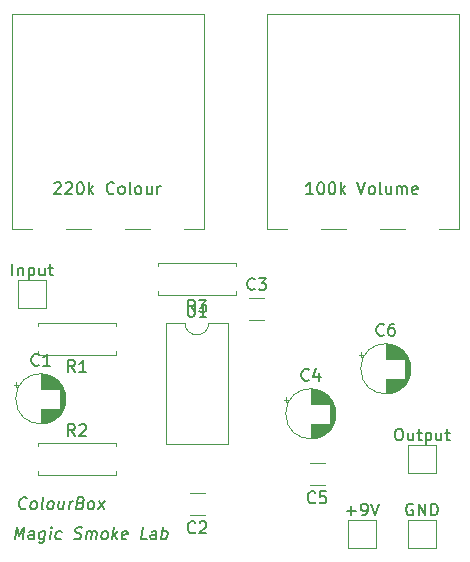
<source format=gbr>
%TF.GenerationSoftware,KiCad,Pcbnew,(5.1.9)-1*%
%TF.CreationDate,2021-02-01T17:32:41+02:00*%
%TF.ProjectId,colour_box,636f6c6f-7572-45f6-926f-782e6b696361,rev?*%
%TF.SameCoordinates,Original*%
%TF.FileFunction,Legend,Top*%
%TF.FilePolarity,Positive*%
%FSLAX46Y46*%
G04 Gerber Fmt 4.6, Leading zero omitted, Abs format (unit mm)*
G04 Created by KiCad (PCBNEW (5.1.9)-1) date 2021-02-01 17:32:41*
%MOMM*%
%LPD*%
G01*
G04 APERTURE LIST*
%ADD10C,0.150000*%
%ADD11C,0.120000*%
G04 APERTURE END LIST*
D10*
X110335252Y-102052380D02*
X110460252Y-101052380D01*
X110704300Y-101766666D01*
X111126919Y-101052380D01*
X111001919Y-102052380D01*
X111906681Y-102052380D02*
X111972157Y-101528571D01*
X111936443Y-101433333D01*
X111847157Y-101385714D01*
X111656681Y-101385714D01*
X111555491Y-101433333D01*
X111912633Y-102004761D02*
X111811443Y-102052380D01*
X111573348Y-102052380D01*
X111484062Y-102004761D01*
X111448348Y-101909523D01*
X111460252Y-101814285D01*
X111519776Y-101719047D01*
X111620967Y-101671428D01*
X111859062Y-101671428D01*
X111960252Y-101623809D01*
X112894776Y-101385714D02*
X112793586Y-102195238D01*
X112734062Y-102290476D01*
X112680491Y-102338095D01*
X112579300Y-102385714D01*
X112436443Y-102385714D01*
X112347157Y-102338095D01*
X112817395Y-102004761D02*
X112716205Y-102052380D01*
X112525729Y-102052380D01*
X112436443Y-102004761D01*
X112394776Y-101957142D01*
X112359062Y-101861904D01*
X112394776Y-101576190D01*
X112454300Y-101480952D01*
X112507872Y-101433333D01*
X112609062Y-101385714D01*
X112799538Y-101385714D01*
X112888824Y-101433333D01*
X113287633Y-102052380D02*
X113370967Y-101385714D01*
X113412633Y-101052380D02*
X113359062Y-101100000D01*
X113400729Y-101147619D01*
X113454300Y-101100000D01*
X113412633Y-101052380D01*
X113400729Y-101147619D01*
X114198348Y-102004761D02*
X114097157Y-102052380D01*
X113906681Y-102052380D01*
X113817395Y-102004761D01*
X113775729Y-101957142D01*
X113740014Y-101861904D01*
X113775729Y-101576190D01*
X113835252Y-101480952D01*
X113888824Y-101433333D01*
X113990014Y-101385714D01*
X114180491Y-101385714D01*
X114269776Y-101433333D01*
X115341205Y-102004761D02*
X115478110Y-102052380D01*
X115716205Y-102052380D01*
X115817395Y-102004761D01*
X115870967Y-101957142D01*
X115930491Y-101861904D01*
X115942395Y-101766666D01*
X115906681Y-101671428D01*
X115865014Y-101623809D01*
X115775729Y-101576190D01*
X115591205Y-101528571D01*
X115501919Y-101480952D01*
X115460252Y-101433333D01*
X115424538Y-101338095D01*
X115436443Y-101242857D01*
X115495967Y-101147619D01*
X115549538Y-101100000D01*
X115650729Y-101052380D01*
X115888824Y-101052380D01*
X116025729Y-101100000D01*
X116335252Y-102052380D02*
X116418586Y-101385714D01*
X116406681Y-101480952D02*
X116460252Y-101433333D01*
X116561443Y-101385714D01*
X116704300Y-101385714D01*
X116793586Y-101433333D01*
X116829300Y-101528571D01*
X116763824Y-102052380D01*
X116829300Y-101528571D02*
X116888824Y-101433333D01*
X116990014Y-101385714D01*
X117132872Y-101385714D01*
X117222157Y-101433333D01*
X117257872Y-101528571D01*
X117192395Y-102052380D01*
X117811443Y-102052380D02*
X117722157Y-102004761D01*
X117680491Y-101957142D01*
X117644776Y-101861904D01*
X117680491Y-101576190D01*
X117740014Y-101480952D01*
X117793586Y-101433333D01*
X117894776Y-101385714D01*
X118037633Y-101385714D01*
X118126919Y-101433333D01*
X118168586Y-101480952D01*
X118204300Y-101576190D01*
X118168586Y-101861904D01*
X118109062Y-101957142D01*
X118055491Y-102004761D01*
X117954300Y-102052380D01*
X117811443Y-102052380D01*
X118573348Y-102052380D02*
X118698348Y-101052380D01*
X118716205Y-101671428D02*
X118954300Y-102052380D01*
X119037633Y-101385714D02*
X118609062Y-101766666D01*
X119769776Y-102004761D02*
X119668586Y-102052380D01*
X119478110Y-102052380D01*
X119388824Y-102004761D01*
X119353110Y-101909523D01*
X119400729Y-101528571D01*
X119460252Y-101433333D01*
X119561443Y-101385714D01*
X119751919Y-101385714D01*
X119841205Y-101433333D01*
X119876919Y-101528571D01*
X119865014Y-101623809D01*
X119376919Y-101719047D01*
X121478110Y-102052380D02*
X121001919Y-102052380D01*
X121126919Y-101052380D01*
X122240014Y-102052380D02*
X122305491Y-101528571D01*
X122269776Y-101433333D01*
X122180491Y-101385714D01*
X121990014Y-101385714D01*
X121888824Y-101433333D01*
X122245967Y-102004761D02*
X122144776Y-102052380D01*
X121906681Y-102052380D01*
X121817395Y-102004761D01*
X121781681Y-101909523D01*
X121793586Y-101814285D01*
X121853110Y-101719047D01*
X121954300Y-101671428D01*
X122192395Y-101671428D01*
X122293586Y-101623809D01*
X122716205Y-102052380D02*
X122841205Y-101052380D01*
X122793586Y-101433333D02*
X122894776Y-101385714D01*
X123085252Y-101385714D01*
X123174538Y-101433333D01*
X123216205Y-101480952D01*
X123251919Y-101576190D01*
X123216205Y-101861904D01*
X123156681Y-101957142D01*
X123103110Y-102004761D01*
X123001919Y-102052380D01*
X122811443Y-102052380D01*
X122722157Y-102004761D01*
X111235729Y-99417142D02*
X111182157Y-99464761D01*
X111033348Y-99512380D01*
X110938110Y-99512380D01*
X110801205Y-99464761D01*
X110717872Y-99369523D01*
X110682157Y-99274285D01*
X110658348Y-99083809D01*
X110676205Y-98940952D01*
X110747633Y-98750476D01*
X110807157Y-98655238D01*
X110914300Y-98560000D01*
X111063110Y-98512380D01*
X111158348Y-98512380D01*
X111295252Y-98560000D01*
X111336919Y-98607619D01*
X111795252Y-99512380D02*
X111705967Y-99464761D01*
X111664300Y-99417142D01*
X111628586Y-99321904D01*
X111664300Y-99036190D01*
X111723824Y-98940952D01*
X111777395Y-98893333D01*
X111878586Y-98845714D01*
X112021443Y-98845714D01*
X112110729Y-98893333D01*
X112152395Y-98940952D01*
X112188110Y-99036190D01*
X112152395Y-99321904D01*
X112092872Y-99417142D01*
X112039300Y-99464761D01*
X111938110Y-99512380D01*
X111795252Y-99512380D01*
X112700014Y-99512380D02*
X112610729Y-99464761D01*
X112575014Y-99369523D01*
X112682157Y-98512380D01*
X113223824Y-99512380D02*
X113134538Y-99464761D01*
X113092872Y-99417142D01*
X113057157Y-99321904D01*
X113092872Y-99036190D01*
X113152395Y-98940952D01*
X113205967Y-98893333D01*
X113307157Y-98845714D01*
X113450014Y-98845714D01*
X113539300Y-98893333D01*
X113580967Y-98940952D01*
X113616681Y-99036190D01*
X113580967Y-99321904D01*
X113521443Y-99417142D01*
X113467872Y-99464761D01*
X113366681Y-99512380D01*
X113223824Y-99512380D01*
X114497633Y-98845714D02*
X114414300Y-99512380D01*
X114069062Y-98845714D02*
X114003586Y-99369523D01*
X114039300Y-99464761D01*
X114128586Y-99512380D01*
X114271443Y-99512380D01*
X114372633Y-99464761D01*
X114426205Y-99417142D01*
X114890491Y-99512380D02*
X114973824Y-98845714D01*
X114950014Y-99036190D02*
X115009538Y-98940952D01*
X115063110Y-98893333D01*
X115164300Y-98845714D01*
X115259538Y-98845714D01*
X115908348Y-98988571D02*
X116045252Y-99036190D01*
X116086919Y-99083809D01*
X116122633Y-99179047D01*
X116104776Y-99321904D01*
X116045252Y-99417142D01*
X115991681Y-99464761D01*
X115890491Y-99512380D01*
X115509538Y-99512380D01*
X115634538Y-98512380D01*
X115967872Y-98512380D01*
X116057157Y-98560000D01*
X116098824Y-98607619D01*
X116134538Y-98702857D01*
X116122633Y-98798095D01*
X116063110Y-98893333D01*
X116009538Y-98940952D01*
X115908348Y-98988571D01*
X115575014Y-98988571D01*
X116652395Y-99512380D02*
X116563110Y-99464761D01*
X116521443Y-99417142D01*
X116485729Y-99321904D01*
X116521443Y-99036190D01*
X116580967Y-98940952D01*
X116634538Y-98893333D01*
X116735729Y-98845714D01*
X116878586Y-98845714D01*
X116967872Y-98893333D01*
X117009538Y-98940952D01*
X117045252Y-99036190D01*
X117009538Y-99321904D01*
X116950014Y-99417142D01*
X116896443Y-99464761D01*
X116795252Y-99512380D01*
X116652395Y-99512380D01*
X117319062Y-99512380D02*
X117926205Y-98845714D01*
X117402395Y-98845714D02*
X117842872Y-99512380D01*
D11*
%TO.C,Input*%
X110560000Y-82480000D02*
X110560000Y-80080000D01*
X112960000Y-82480000D02*
X110560000Y-82480000D01*
X112960000Y-80080000D02*
X112960000Y-82480000D01*
X110560000Y-80080000D02*
X112960000Y-80080000D01*
%TO.C,Output*%
X143580000Y-96450000D02*
X143580000Y-94050000D01*
X145980000Y-96450000D02*
X143580000Y-96450000D01*
X145980000Y-94050000D02*
X145980000Y-96450000D01*
X143580000Y-94050000D02*
X145980000Y-94050000D01*
%TO.C,GND*%
X143580000Y-102800000D02*
X143580000Y-100400000D01*
X145980000Y-102800000D02*
X143580000Y-102800000D01*
X145980000Y-100400000D02*
X145980000Y-102800000D01*
X143580000Y-100400000D02*
X145980000Y-100400000D01*
%TO.C,+9V*%
X138500000Y-102800000D02*
X138500000Y-100400000D01*
X140900000Y-102800000D02*
X138500000Y-102800000D01*
X140900000Y-100400000D02*
X140900000Y-102800000D01*
X138500000Y-100400000D02*
X140900000Y-100400000D01*
%TO.C,U1*%
X128380000Y-83760000D02*
X126730000Y-83760000D01*
X128380000Y-94040000D02*
X128380000Y-83760000D01*
X123080000Y-94040000D02*
X128380000Y-94040000D01*
X123080000Y-83760000D02*
X123080000Y-94040000D01*
X124730000Y-83760000D02*
X123080000Y-83760000D01*
X126730000Y-83760000D02*
G75*
G02*
X124730000Y-83760000I-1000000J0D01*
G01*
%TO.C,100k Volume*%
X131660000Y-57580000D02*
X147900000Y-57580000D01*
X146205000Y-75820000D02*
X147900000Y-75820000D01*
X141205000Y-75820000D02*
X143355000Y-75820000D01*
X136206000Y-75820000D02*
X138355000Y-75820000D01*
X131660000Y-75820000D02*
X133354000Y-75820000D01*
X147900000Y-75820000D02*
X147900000Y-57580000D01*
X131660000Y-75820000D02*
X131660000Y-57580000D01*
%TO.C,220k Colour*%
X110070000Y-57580000D02*
X126310000Y-57580000D01*
X124615000Y-75820000D02*
X126310000Y-75820000D01*
X119615000Y-75820000D02*
X121765000Y-75820000D01*
X114616000Y-75820000D02*
X116765000Y-75820000D01*
X110070000Y-75820000D02*
X111764000Y-75820000D01*
X126310000Y-75820000D02*
X126310000Y-57580000D01*
X110070000Y-75820000D02*
X110070000Y-57580000D01*
%TO.C,R3*%
X122460000Y-78640000D02*
X122460000Y-78970000D01*
X129000000Y-78640000D02*
X122460000Y-78640000D01*
X129000000Y-78970000D02*
X129000000Y-78640000D01*
X122460000Y-81380000D02*
X122460000Y-81050000D01*
X129000000Y-81380000D02*
X122460000Y-81380000D01*
X129000000Y-81050000D02*
X129000000Y-81380000D01*
%TO.C,R2*%
X118840000Y-96620000D02*
X118840000Y-96290000D01*
X112300000Y-96620000D02*
X118840000Y-96620000D01*
X112300000Y-96290000D02*
X112300000Y-96620000D01*
X118840000Y-93880000D02*
X118840000Y-94210000D01*
X112300000Y-93880000D02*
X118840000Y-93880000D01*
X112300000Y-94210000D02*
X112300000Y-93880000D01*
%TO.C,R1*%
X112300000Y-83720000D02*
X112300000Y-84050000D01*
X118840000Y-83720000D02*
X112300000Y-83720000D01*
X118840000Y-84050000D02*
X118840000Y-83720000D01*
X112300000Y-86460000D02*
X112300000Y-86130000D01*
X118840000Y-86460000D02*
X112300000Y-86460000D01*
X118840000Y-86130000D02*
X118840000Y-86460000D01*
%TO.C,C6*%
X139650199Y-86235000D02*
X139650199Y-86635000D01*
X139450199Y-86435000D02*
X139850199Y-86435000D01*
X143801000Y-87260000D02*
X143801000Y-88000000D01*
X143761000Y-87093000D02*
X143761000Y-88167000D01*
X143721000Y-86966000D02*
X143721000Y-88294000D01*
X143681000Y-86862000D02*
X143681000Y-88398000D01*
X143641000Y-86771000D02*
X143641000Y-88489000D01*
X143601000Y-86690000D02*
X143601000Y-88570000D01*
X143561000Y-86617000D02*
X143561000Y-88643000D01*
X143521000Y-86550000D02*
X143521000Y-88710000D01*
X143481000Y-86488000D02*
X143481000Y-88772000D01*
X143441000Y-86430000D02*
X143441000Y-88830000D01*
X143401000Y-86376000D02*
X143401000Y-88884000D01*
X143361000Y-86326000D02*
X143361000Y-88934000D01*
X143321000Y-86279000D02*
X143321000Y-88981000D01*
X143281000Y-88470000D02*
X143281000Y-89026000D01*
X143281000Y-86234000D02*
X143281000Y-86790000D01*
X143241000Y-88470000D02*
X143241000Y-89068000D01*
X143241000Y-86192000D02*
X143241000Y-86790000D01*
X143201000Y-88470000D02*
X143201000Y-89108000D01*
X143201000Y-86152000D02*
X143201000Y-86790000D01*
X143161000Y-88470000D02*
X143161000Y-89146000D01*
X143161000Y-86114000D02*
X143161000Y-86790000D01*
X143121000Y-88470000D02*
X143121000Y-89182000D01*
X143121000Y-86078000D02*
X143121000Y-86790000D01*
X143081000Y-88470000D02*
X143081000Y-89217000D01*
X143081000Y-86043000D02*
X143081000Y-86790000D01*
X143041000Y-88470000D02*
X143041000Y-89249000D01*
X143041000Y-86011000D02*
X143041000Y-86790000D01*
X143001000Y-88470000D02*
X143001000Y-89280000D01*
X143001000Y-85980000D02*
X143001000Y-86790000D01*
X142961000Y-88470000D02*
X142961000Y-89310000D01*
X142961000Y-85950000D02*
X142961000Y-86790000D01*
X142921000Y-88470000D02*
X142921000Y-89338000D01*
X142921000Y-85922000D02*
X142921000Y-86790000D01*
X142881000Y-88470000D02*
X142881000Y-89365000D01*
X142881000Y-85895000D02*
X142881000Y-86790000D01*
X142841000Y-88470000D02*
X142841000Y-89390000D01*
X142841000Y-85870000D02*
X142841000Y-86790000D01*
X142801000Y-88470000D02*
X142801000Y-89415000D01*
X142801000Y-85845000D02*
X142801000Y-86790000D01*
X142761000Y-88470000D02*
X142761000Y-89438000D01*
X142761000Y-85822000D02*
X142761000Y-86790000D01*
X142721000Y-88470000D02*
X142721000Y-89460000D01*
X142721000Y-85800000D02*
X142721000Y-86790000D01*
X142681000Y-88470000D02*
X142681000Y-89481000D01*
X142681000Y-85779000D02*
X142681000Y-86790000D01*
X142641000Y-88470000D02*
X142641000Y-89500000D01*
X142641000Y-85760000D02*
X142641000Y-86790000D01*
X142601000Y-88470000D02*
X142601000Y-89519000D01*
X142601000Y-85741000D02*
X142601000Y-86790000D01*
X142561000Y-88470000D02*
X142561000Y-89537000D01*
X142561000Y-85723000D02*
X142561000Y-86790000D01*
X142521000Y-88470000D02*
X142521000Y-89554000D01*
X142521000Y-85706000D02*
X142521000Y-86790000D01*
X142481000Y-88470000D02*
X142481000Y-89570000D01*
X142481000Y-85690000D02*
X142481000Y-86790000D01*
X142441000Y-88470000D02*
X142441000Y-89584000D01*
X142441000Y-85676000D02*
X142441000Y-86790000D01*
X142400000Y-88470000D02*
X142400000Y-89598000D01*
X142400000Y-85662000D02*
X142400000Y-86790000D01*
X142360000Y-88470000D02*
X142360000Y-89612000D01*
X142360000Y-85648000D02*
X142360000Y-86790000D01*
X142320000Y-88470000D02*
X142320000Y-89624000D01*
X142320000Y-85636000D02*
X142320000Y-86790000D01*
X142280000Y-88470000D02*
X142280000Y-89635000D01*
X142280000Y-85625000D02*
X142280000Y-86790000D01*
X142240000Y-88470000D02*
X142240000Y-89646000D01*
X142240000Y-85614000D02*
X142240000Y-86790000D01*
X142200000Y-88470000D02*
X142200000Y-89655000D01*
X142200000Y-85605000D02*
X142200000Y-86790000D01*
X142160000Y-88470000D02*
X142160000Y-89664000D01*
X142160000Y-85596000D02*
X142160000Y-86790000D01*
X142120000Y-88470000D02*
X142120000Y-89672000D01*
X142120000Y-85588000D02*
X142120000Y-86790000D01*
X142080000Y-88470000D02*
X142080000Y-89680000D01*
X142080000Y-85580000D02*
X142080000Y-86790000D01*
X142040000Y-88470000D02*
X142040000Y-89686000D01*
X142040000Y-85574000D02*
X142040000Y-86790000D01*
X142000000Y-88470000D02*
X142000000Y-89692000D01*
X142000000Y-85568000D02*
X142000000Y-86790000D01*
X141960000Y-88470000D02*
X141960000Y-89697000D01*
X141960000Y-85563000D02*
X141960000Y-86790000D01*
X141920000Y-88470000D02*
X141920000Y-89701000D01*
X141920000Y-85559000D02*
X141920000Y-86790000D01*
X141880000Y-88470000D02*
X141880000Y-89704000D01*
X141880000Y-85556000D02*
X141880000Y-86790000D01*
X141840000Y-88470000D02*
X141840000Y-89707000D01*
X141840000Y-85553000D02*
X141840000Y-86790000D01*
X141800000Y-85551000D02*
X141800000Y-86790000D01*
X141800000Y-88470000D02*
X141800000Y-89709000D01*
X141760000Y-85550000D02*
X141760000Y-86790000D01*
X141760000Y-88470000D02*
X141760000Y-89710000D01*
X141720000Y-85550000D02*
X141720000Y-86790000D01*
X141720000Y-88470000D02*
X141720000Y-89710000D01*
X143840000Y-87630000D02*
G75*
G03*
X143840000Y-87630000I-2120000J0D01*
G01*
%TO.C,C5*%
X136539000Y-95600000D02*
X135281000Y-95600000D01*
X136539000Y-97440000D02*
X135281000Y-97440000D01*
%TO.C,C4*%
X133300199Y-90045000D02*
X133300199Y-90445000D01*
X133100199Y-90245000D02*
X133500199Y-90245000D01*
X137451000Y-91070000D02*
X137451000Y-91810000D01*
X137411000Y-90903000D02*
X137411000Y-91977000D01*
X137371000Y-90776000D02*
X137371000Y-92104000D01*
X137331000Y-90672000D02*
X137331000Y-92208000D01*
X137291000Y-90581000D02*
X137291000Y-92299000D01*
X137251000Y-90500000D02*
X137251000Y-92380000D01*
X137211000Y-90427000D02*
X137211000Y-92453000D01*
X137171000Y-90360000D02*
X137171000Y-92520000D01*
X137131000Y-90298000D02*
X137131000Y-92582000D01*
X137091000Y-90240000D02*
X137091000Y-92640000D01*
X137051000Y-90186000D02*
X137051000Y-92694000D01*
X137011000Y-90136000D02*
X137011000Y-92744000D01*
X136971000Y-90089000D02*
X136971000Y-92791000D01*
X136931000Y-92280000D02*
X136931000Y-92836000D01*
X136931000Y-90044000D02*
X136931000Y-90600000D01*
X136891000Y-92280000D02*
X136891000Y-92878000D01*
X136891000Y-90002000D02*
X136891000Y-90600000D01*
X136851000Y-92280000D02*
X136851000Y-92918000D01*
X136851000Y-89962000D02*
X136851000Y-90600000D01*
X136811000Y-92280000D02*
X136811000Y-92956000D01*
X136811000Y-89924000D02*
X136811000Y-90600000D01*
X136771000Y-92280000D02*
X136771000Y-92992000D01*
X136771000Y-89888000D02*
X136771000Y-90600000D01*
X136731000Y-92280000D02*
X136731000Y-93027000D01*
X136731000Y-89853000D02*
X136731000Y-90600000D01*
X136691000Y-92280000D02*
X136691000Y-93059000D01*
X136691000Y-89821000D02*
X136691000Y-90600000D01*
X136651000Y-92280000D02*
X136651000Y-93090000D01*
X136651000Y-89790000D02*
X136651000Y-90600000D01*
X136611000Y-92280000D02*
X136611000Y-93120000D01*
X136611000Y-89760000D02*
X136611000Y-90600000D01*
X136571000Y-92280000D02*
X136571000Y-93148000D01*
X136571000Y-89732000D02*
X136571000Y-90600000D01*
X136531000Y-92280000D02*
X136531000Y-93175000D01*
X136531000Y-89705000D02*
X136531000Y-90600000D01*
X136491000Y-92280000D02*
X136491000Y-93200000D01*
X136491000Y-89680000D02*
X136491000Y-90600000D01*
X136451000Y-92280000D02*
X136451000Y-93225000D01*
X136451000Y-89655000D02*
X136451000Y-90600000D01*
X136411000Y-92280000D02*
X136411000Y-93248000D01*
X136411000Y-89632000D02*
X136411000Y-90600000D01*
X136371000Y-92280000D02*
X136371000Y-93270000D01*
X136371000Y-89610000D02*
X136371000Y-90600000D01*
X136331000Y-92280000D02*
X136331000Y-93291000D01*
X136331000Y-89589000D02*
X136331000Y-90600000D01*
X136291000Y-92280000D02*
X136291000Y-93310000D01*
X136291000Y-89570000D02*
X136291000Y-90600000D01*
X136251000Y-92280000D02*
X136251000Y-93329000D01*
X136251000Y-89551000D02*
X136251000Y-90600000D01*
X136211000Y-92280000D02*
X136211000Y-93347000D01*
X136211000Y-89533000D02*
X136211000Y-90600000D01*
X136171000Y-92280000D02*
X136171000Y-93364000D01*
X136171000Y-89516000D02*
X136171000Y-90600000D01*
X136131000Y-92280000D02*
X136131000Y-93380000D01*
X136131000Y-89500000D02*
X136131000Y-90600000D01*
X136091000Y-92280000D02*
X136091000Y-93394000D01*
X136091000Y-89486000D02*
X136091000Y-90600000D01*
X136050000Y-92280000D02*
X136050000Y-93408000D01*
X136050000Y-89472000D02*
X136050000Y-90600000D01*
X136010000Y-92280000D02*
X136010000Y-93422000D01*
X136010000Y-89458000D02*
X136010000Y-90600000D01*
X135970000Y-92280000D02*
X135970000Y-93434000D01*
X135970000Y-89446000D02*
X135970000Y-90600000D01*
X135930000Y-92280000D02*
X135930000Y-93445000D01*
X135930000Y-89435000D02*
X135930000Y-90600000D01*
X135890000Y-92280000D02*
X135890000Y-93456000D01*
X135890000Y-89424000D02*
X135890000Y-90600000D01*
X135850000Y-92280000D02*
X135850000Y-93465000D01*
X135850000Y-89415000D02*
X135850000Y-90600000D01*
X135810000Y-92280000D02*
X135810000Y-93474000D01*
X135810000Y-89406000D02*
X135810000Y-90600000D01*
X135770000Y-92280000D02*
X135770000Y-93482000D01*
X135770000Y-89398000D02*
X135770000Y-90600000D01*
X135730000Y-92280000D02*
X135730000Y-93490000D01*
X135730000Y-89390000D02*
X135730000Y-90600000D01*
X135690000Y-92280000D02*
X135690000Y-93496000D01*
X135690000Y-89384000D02*
X135690000Y-90600000D01*
X135650000Y-92280000D02*
X135650000Y-93502000D01*
X135650000Y-89378000D02*
X135650000Y-90600000D01*
X135610000Y-92280000D02*
X135610000Y-93507000D01*
X135610000Y-89373000D02*
X135610000Y-90600000D01*
X135570000Y-92280000D02*
X135570000Y-93511000D01*
X135570000Y-89369000D02*
X135570000Y-90600000D01*
X135530000Y-92280000D02*
X135530000Y-93514000D01*
X135530000Y-89366000D02*
X135530000Y-90600000D01*
X135490000Y-92280000D02*
X135490000Y-93517000D01*
X135490000Y-89363000D02*
X135490000Y-90600000D01*
X135450000Y-89361000D02*
X135450000Y-90600000D01*
X135450000Y-92280000D02*
X135450000Y-93519000D01*
X135410000Y-89360000D02*
X135410000Y-90600000D01*
X135410000Y-92280000D02*
X135410000Y-93520000D01*
X135370000Y-89360000D02*
X135370000Y-90600000D01*
X135370000Y-92280000D02*
X135370000Y-93520000D01*
X137490000Y-91440000D02*
G75*
G03*
X137490000Y-91440000I-2120000J0D01*
G01*
%TO.C,C3*%
X130161000Y-83470000D02*
X131419000Y-83470000D01*
X130161000Y-81630000D02*
X131419000Y-81630000D01*
%TO.C,C2*%
X126379000Y-98140000D02*
X125121000Y-98140000D01*
X126379000Y-99980000D02*
X125121000Y-99980000D01*
%TO.C,C1*%
X110440199Y-88775000D02*
X110440199Y-89175000D01*
X110240199Y-88975000D02*
X110640199Y-88975000D01*
X114591000Y-89800000D02*
X114591000Y-90540000D01*
X114551000Y-89633000D02*
X114551000Y-90707000D01*
X114511000Y-89506000D02*
X114511000Y-90834000D01*
X114471000Y-89402000D02*
X114471000Y-90938000D01*
X114431000Y-89311000D02*
X114431000Y-91029000D01*
X114391000Y-89230000D02*
X114391000Y-91110000D01*
X114351000Y-89157000D02*
X114351000Y-91183000D01*
X114311000Y-89090000D02*
X114311000Y-91250000D01*
X114271000Y-89028000D02*
X114271000Y-91312000D01*
X114231000Y-88970000D02*
X114231000Y-91370000D01*
X114191000Y-88916000D02*
X114191000Y-91424000D01*
X114151000Y-88866000D02*
X114151000Y-91474000D01*
X114111000Y-88819000D02*
X114111000Y-91521000D01*
X114071000Y-91010000D02*
X114071000Y-91566000D01*
X114071000Y-88774000D02*
X114071000Y-89330000D01*
X114031000Y-91010000D02*
X114031000Y-91608000D01*
X114031000Y-88732000D02*
X114031000Y-89330000D01*
X113991000Y-91010000D02*
X113991000Y-91648000D01*
X113991000Y-88692000D02*
X113991000Y-89330000D01*
X113951000Y-91010000D02*
X113951000Y-91686000D01*
X113951000Y-88654000D02*
X113951000Y-89330000D01*
X113911000Y-91010000D02*
X113911000Y-91722000D01*
X113911000Y-88618000D02*
X113911000Y-89330000D01*
X113871000Y-91010000D02*
X113871000Y-91757000D01*
X113871000Y-88583000D02*
X113871000Y-89330000D01*
X113831000Y-91010000D02*
X113831000Y-91789000D01*
X113831000Y-88551000D02*
X113831000Y-89330000D01*
X113791000Y-91010000D02*
X113791000Y-91820000D01*
X113791000Y-88520000D02*
X113791000Y-89330000D01*
X113751000Y-91010000D02*
X113751000Y-91850000D01*
X113751000Y-88490000D02*
X113751000Y-89330000D01*
X113711000Y-91010000D02*
X113711000Y-91878000D01*
X113711000Y-88462000D02*
X113711000Y-89330000D01*
X113671000Y-91010000D02*
X113671000Y-91905000D01*
X113671000Y-88435000D02*
X113671000Y-89330000D01*
X113631000Y-91010000D02*
X113631000Y-91930000D01*
X113631000Y-88410000D02*
X113631000Y-89330000D01*
X113591000Y-91010000D02*
X113591000Y-91955000D01*
X113591000Y-88385000D02*
X113591000Y-89330000D01*
X113551000Y-91010000D02*
X113551000Y-91978000D01*
X113551000Y-88362000D02*
X113551000Y-89330000D01*
X113511000Y-91010000D02*
X113511000Y-92000000D01*
X113511000Y-88340000D02*
X113511000Y-89330000D01*
X113471000Y-91010000D02*
X113471000Y-92021000D01*
X113471000Y-88319000D02*
X113471000Y-89330000D01*
X113431000Y-91010000D02*
X113431000Y-92040000D01*
X113431000Y-88300000D02*
X113431000Y-89330000D01*
X113391000Y-91010000D02*
X113391000Y-92059000D01*
X113391000Y-88281000D02*
X113391000Y-89330000D01*
X113351000Y-91010000D02*
X113351000Y-92077000D01*
X113351000Y-88263000D02*
X113351000Y-89330000D01*
X113311000Y-91010000D02*
X113311000Y-92094000D01*
X113311000Y-88246000D02*
X113311000Y-89330000D01*
X113271000Y-91010000D02*
X113271000Y-92110000D01*
X113271000Y-88230000D02*
X113271000Y-89330000D01*
X113231000Y-91010000D02*
X113231000Y-92124000D01*
X113231000Y-88216000D02*
X113231000Y-89330000D01*
X113190000Y-91010000D02*
X113190000Y-92138000D01*
X113190000Y-88202000D02*
X113190000Y-89330000D01*
X113150000Y-91010000D02*
X113150000Y-92152000D01*
X113150000Y-88188000D02*
X113150000Y-89330000D01*
X113110000Y-91010000D02*
X113110000Y-92164000D01*
X113110000Y-88176000D02*
X113110000Y-89330000D01*
X113070000Y-91010000D02*
X113070000Y-92175000D01*
X113070000Y-88165000D02*
X113070000Y-89330000D01*
X113030000Y-91010000D02*
X113030000Y-92186000D01*
X113030000Y-88154000D02*
X113030000Y-89330000D01*
X112990000Y-91010000D02*
X112990000Y-92195000D01*
X112990000Y-88145000D02*
X112990000Y-89330000D01*
X112950000Y-91010000D02*
X112950000Y-92204000D01*
X112950000Y-88136000D02*
X112950000Y-89330000D01*
X112910000Y-91010000D02*
X112910000Y-92212000D01*
X112910000Y-88128000D02*
X112910000Y-89330000D01*
X112870000Y-91010000D02*
X112870000Y-92220000D01*
X112870000Y-88120000D02*
X112870000Y-89330000D01*
X112830000Y-91010000D02*
X112830000Y-92226000D01*
X112830000Y-88114000D02*
X112830000Y-89330000D01*
X112790000Y-91010000D02*
X112790000Y-92232000D01*
X112790000Y-88108000D02*
X112790000Y-89330000D01*
X112750000Y-91010000D02*
X112750000Y-92237000D01*
X112750000Y-88103000D02*
X112750000Y-89330000D01*
X112710000Y-91010000D02*
X112710000Y-92241000D01*
X112710000Y-88099000D02*
X112710000Y-89330000D01*
X112670000Y-91010000D02*
X112670000Y-92244000D01*
X112670000Y-88096000D02*
X112670000Y-89330000D01*
X112630000Y-91010000D02*
X112630000Y-92247000D01*
X112630000Y-88093000D02*
X112630000Y-89330000D01*
X112590000Y-88091000D02*
X112590000Y-89330000D01*
X112590000Y-91010000D02*
X112590000Y-92249000D01*
X112550000Y-88090000D02*
X112550000Y-89330000D01*
X112550000Y-91010000D02*
X112550000Y-92250000D01*
X112510000Y-88090000D02*
X112510000Y-89330000D01*
X112510000Y-91010000D02*
X112510000Y-92250000D01*
X114630000Y-90170000D02*
G75*
G03*
X114630000Y-90170000I-2120000J0D01*
G01*
%TO.C,Input*%
D10*
X110117142Y-79734380D02*
X110117142Y-78734380D01*
X110593333Y-79067714D02*
X110593333Y-79734380D01*
X110593333Y-79162952D02*
X110640952Y-79115333D01*
X110736190Y-79067714D01*
X110879047Y-79067714D01*
X110974285Y-79115333D01*
X111021904Y-79210571D01*
X111021904Y-79734380D01*
X111498095Y-79067714D02*
X111498095Y-80067714D01*
X111498095Y-79115333D02*
X111593333Y-79067714D01*
X111783809Y-79067714D01*
X111879047Y-79115333D01*
X111926666Y-79162952D01*
X111974285Y-79258190D01*
X111974285Y-79543904D01*
X111926666Y-79639142D01*
X111879047Y-79686761D01*
X111783809Y-79734380D01*
X111593333Y-79734380D01*
X111498095Y-79686761D01*
X112831428Y-79067714D02*
X112831428Y-79734380D01*
X112402857Y-79067714D02*
X112402857Y-79591523D01*
X112450476Y-79686761D01*
X112545714Y-79734380D01*
X112688571Y-79734380D01*
X112783809Y-79686761D01*
X112831428Y-79639142D01*
X113164761Y-79067714D02*
X113545714Y-79067714D01*
X113307619Y-78734380D02*
X113307619Y-79591523D01*
X113355238Y-79686761D01*
X113450476Y-79734380D01*
X113545714Y-79734380D01*
%TO.C,Output*%
X142756190Y-92704380D02*
X142946666Y-92704380D01*
X143041904Y-92752000D01*
X143137142Y-92847238D01*
X143184761Y-93037714D01*
X143184761Y-93371047D01*
X143137142Y-93561523D01*
X143041904Y-93656761D01*
X142946666Y-93704380D01*
X142756190Y-93704380D01*
X142660952Y-93656761D01*
X142565714Y-93561523D01*
X142518095Y-93371047D01*
X142518095Y-93037714D01*
X142565714Y-92847238D01*
X142660952Y-92752000D01*
X142756190Y-92704380D01*
X144041904Y-93037714D02*
X144041904Y-93704380D01*
X143613333Y-93037714D02*
X143613333Y-93561523D01*
X143660952Y-93656761D01*
X143756190Y-93704380D01*
X143899047Y-93704380D01*
X143994285Y-93656761D01*
X144041904Y-93609142D01*
X144375238Y-93037714D02*
X144756190Y-93037714D01*
X144518095Y-92704380D02*
X144518095Y-93561523D01*
X144565714Y-93656761D01*
X144660952Y-93704380D01*
X144756190Y-93704380D01*
X145089523Y-93037714D02*
X145089523Y-94037714D01*
X145089523Y-93085333D02*
X145184761Y-93037714D01*
X145375238Y-93037714D01*
X145470476Y-93085333D01*
X145518095Y-93132952D01*
X145565714Y-93228190D01*
X145565714Y-93513904D01*
X145518095Y-93609142D01*
X145470476Y-93656761D01*
X145375238Y-93704380D01*
X145184761Y-93704380D01*
X145089523Y-93656761D01*
X146422857Y-93037714D02*
X146422857Y-93704380D01*
X145994285Y-93037714D02*
X145994285Y-93561523D01*
X146041904Y-93656761D01*
X146137142Y-93704380D01*
X146280000Y-93704380D01*
X146375238Y-93656761D01*
X146422857Y-93609142D01*
X146756190Y-93037714D02*
X147137142Y-93037714D01*
X146899047Y-92704380D02*
X146899047Y-93561523D01*
X146946666Y-93656761D01*
X147041904Y-93704380D01*
X147137142Y-93704380D01*
%TO.C,GND*%
X144018095Y-99102000D02*
X143922857Y-99054380D01*
X143780000Y-99054380D01*
X143637142Y-99102000D01*
X143541904Y-99197238D01*
X143494285Y-99292476D01*
X143446666Y-99482952D01*
X143446666Y-99625809D01*
X143494285Y-99816285D01*
X143541904Y-99911523D01*
X143637142Y-100006761D01*
X143780000Y-100054380D01*
X143875238Y-100054380D01*
X144018095Y-100006761D01*
X144065714Y-99959142D01*
X144065714Y-99625809D01*
X143875238Y-99625809D01*
X144494285Y-100054380D02*
X144494285Y-99054380D01*
X145065714Y-100054380D01*
X145065714Y-99054380D01*
X145541904Y-100054380D02*
X145541904Y-99054380D01*
X145780000Y-99054380D01*
X145922857Y-99102000D01*
X146018095Y-99197238D01*
X146065714Y-99292476D01*
X146113333Y-99482952D01*
X146113333Y-99625809D01*
X146065714Y-99816285D01*
X146018095Y-99911523D01*
X145922857Y-100006761D01*
X145780000Y-100054380D01*
X145541904Y-100054380D01*
%TO.C,+9V*%
X138414285Y-99673428D02*
X139176190Y-99673428D01*
X138795238Y-100054380D02*
X138795238Y-99292476D01*
X139700000Y-100054380D02*
X139890476Y-100054380D01*
X139985714Y-100006761D01*
X140033333Y-99959142D01*
X140128571Y-99816285D01*
X140176190Y-99625809D01*
X140176190Y-99244857D01*
X140128571Y-99149619D01*
X140080952Y-99102000D01*
X139985714Y-99054380D01*
X139795238Y-99054380D01*
X139700000Y-99102000D01*
X139652380Y-99149619D01*
X139604761Y-99244857D01*
X139604761Y-99482952D01*
X139652380Y-99578190D01*
X139700000Y-99625809D01*
X139795238Y-99673428D01*
X139985714Y-99673428D01*
X140080952Y-99625809D01*
X140128571Y-99578190D01*
X140176190Y-99482952D01*
X140461904Y-99054380D02*
X140795238Y-100054380D01*
X141128571Y-99054380D01*
%TO.C,U1*%
X124968095Y-82212380D02*
X124968095Y-83021904D01*
X125015714Y-83117142D01*
X125063333Y-83164761D01*
X125158571Y-83212380D01*
X125349047Y-83212380D01*
X125444285Y-83164761D01*
X125491904Y-83117142D01*
X125539523Y-83021904D01*
X125539523Y-82212380D01*
X126539523Y-83212380D02*
X125968095Y-83212380D01*
X126253809Y-83212380D02*
X126253809Y-82212380D01*
X126158571Y-82355238D01*
X126063333Y-82450476D01*
X125968095Y-82498095D01*
%TO.C,100k Volume*%
X135557142Y-72842380D02*
X134985714Y-72842380D01*
X135271428Y-72842380D02*
X135271428Y-71842380D01*
X135176190Y-71985238D01*
X135080952Y-72080476D01*
X134985714Y-72128095D01*
X136176190Y-71842380D02*
X136271428Y-71842380D01*
X136366666Y-71890000D01*
X136414285Y-71937619D01*
X136461904Y-72032857D01*
X136509523Y-72223333D01*
X136509523Y-72461428D01*
X136461904Y-72651904D01*
X136414285Y-72747142D01*
X136366666Y-72794761D01*
X136271428Y-72842380D01*
X136176190Y-72842380D01*
X136080952Y-72794761D01*
X136033333Y-72747142D01*
X135985714Y-72651904D01*
X135938095Y-72461428D01*
X135938095Y-72223333D01*
X135985714Y-72032857D01*
X136033333Y-71937619D01*
X136080952Y-71890000D01*
X136176190Y-71842380D01*
X137128571Y-71842380D02*
X137223809Y-71842380D01*
X137319047Y-71890000D01*
X137366666Y-71937619D01*
X137414285Y-72032857D01*
X137461904Y-72223333D01*
X137461904Y-72461428D01*
X137414285Y-72651904D01*
X137366666Y-72747142D01*
X137319047Y-72794761D01*
X137223809Y-72842380D01*
X137128571Y-72842380D01*
X137033333Y-72794761D01*
X136985714Y-72747142D01*
X136938095Y-72651904D01*
X136890476Y-72461428D01*
X136890476Y-72223333D01*
X136938095Y-72032857D01*
X136985714Y-71937619D01*
X137033333Y-71890000D01*
X137128571Y-71842380D01*
X137890476Y-72842380D02*
X137890476Y-71842380D01*
X137985714Y-72461428D02*
X138271428Y-72842380D01*
X138271428Y-72175714D02*
X137890476Y-72556666D01*
X139319047Y-71842380D02*
X139652380Y-72842380D01*
X139985714Y-71842380D01*
X140461904Y-72842380D02*
X140366666Y-72794761D01*
X140319047Y-72747142D01*
X140271428Y-72651904D01*
X140271428Y-72366190D01*
X140319047Y-72270952D01*
X140366666Y-72223333D01*
X140461904Y-72175714D01*
X140604761Y-72175714D01*
X140700000Y-72223333D01*
X140747619Y-72270952D01*
X140795238Y-72366190D01*
X140795238Y-72651904D01*
X140747619Y-72747142D01*
X140700000Y-72794761D01*
X140604761Y-72842380D01*
X140461904Y-72842380D01*
X141366666Y-72842380D02*
X141271428Y-72794761D01*
X141223809Y-72699523D01*
X141223809Y-71842380D01*
X142176190Y-72175714D02*
X142176190Y-72842380D01*
X141747619Y-72175714D02*
X141747619Y-72699523D01*
X141795238Y-72794761D01*
X141890476Y-72842380D01*
X142033333Y-72842380D01*
X142128571Y-72794761D01*
X142176190Y-72747142D01*
X142652380Y-72842380D02*
X142652380Y-72175714D01*
X142652380Y-72270952D02*
X142700000Y-72223333D01*
X142795238Y-72175714D01*
X142938095Y-72175714D01*
X143033333Y-72223333D01*
X143080952Y-72318571D01*
X143080952Y-72842380D01*
X143080952Y-72318571D02*
X143128571Y-72223333D01*
X143223809Y-72175714D01*
X143366666Y-72175714D01*
X143461904Y-72223333D01*
X143509523Y-72318571D01*
X143509523Y-72842380D01*
X144366666Y-72794761D02*
X144271428Y-72842380D01*
X144080952Y-72842380D01*
X143985714Y-72794761D01*
X143938095Y-72699523D01*
X143938095Y-72318571D01*
X143985714Y-72223333D01*
X144080952Y-72175714D01*
X144271428Y-72175714D01*
X144366666Y-72223333D01*
X144414285Y-72318571D01*
X144414285Y-72413809D01*
X143938095Y-72509047D01*
%TO.C,220k Colour*%
X113657619Y-71937619D02*
X113705238Y-71890000D01*
X113800476Y-71842380D01*
X114038571Y-71842380D01*
X114133809Y-71890000D01*
X114181428Y-71937619D01*
X114229047Y-72032857D01*
X114229047Y-72128095D01*
X114181428Y-72270952D01*
X113610000Y-72842380D01*
X114229047Y-72842380D01*
X114610000Y-71937619D02*
X114657619Y-71890000D01*
X114752857Y-71842380D01*
X114990952Y-71842380D01*
X115086190Y-71890000D01*
X115133809Y-71937619D01*
X115181428Y-72032857D01*
X115181428Y-72128095D01*
X115133809Y-72270952D01*
X114562380Y-72842380D01*
X115181428Y-72842380D01*
X115800476Y-71842380D02*
X115895714Y-71842380D01*
X115990952Y-71890000D01*
X116038571Y-71937619D01*
X116086190Y-72032857D01*
X116133809Y-72223333D01*
X116133809Y-72461428D01*
X116086190Y-72651904D01*
X116038571Y-72747142D01*
X115990952Y-72794761D01*
X115895714Y-72842380D01*
X115800476Y-72842380D01*
X115705238Y-72794761D01*
X115657619Y-72747142D01*
X115610000Y-72651904D01*
X115562380Y-72461428D01*
X115562380Y-72223333D01*
X115610000Y-72032857D01*
X115657619Y-71937619D01*
X115705238Y-71890000D01*
X115800476Y-71842380D01*
X116562380Y-72842380D02*
X116562380Y-71842380D01*
X116657619Y-72461428D02*
X116943333Y-72842380D01*
X116943333Y-72175714D02*
X116562380Y-72556666D01*
X118705238Y-72747142D02*
X118657619Y-72794761D01*
X118514761Y-72842380D01*
X118419523Y-72842380D01*
X118276666Y-72794761D01*
X118181428Y-72699523D01*
X118133809Y-72604285D01*
X118086190Y-72413809D01*
X118086190Y-72270952D01*
X118133809Y-72080476D01*
X118181428Y-71985238D01*
X118276666Y-71890000D01*
X118419523Y-71842380D01*
X118514761Y-71842380D01*
X118657619Y-71890000D01*
X118705238Y-71937619D01*
X119276666Y-72842380D02*
X119181428Y-72794761D01*
X119133809Y-72747142D01*
X119086190Y-72651904D01*
X119086190Y-72366190D01*
X119133809Y-72270952D01*
X119181428Y-72223333D01*
X119276666Y-72175714D01*
X119419523Y-72175714D01*
X119514761Y-72223333D01*
X119562380Y-72270952D01*
X119610000Y-72366190D01*
X119610000Y-72651904D01*
X119562380Y-72747142D01*
X119514761Y-72794761D01*
X119419523Y-72842380D01*
X119276666Y-72842380D01*
X120181428Y-72842380D02*
X120086190Y-72794761D01*
X120038571Y-72699523D01*
X120038571Y-71842380D01*
X120705238Y-72842380D02*
X120610000Y-72794761D01*
X120562380Y-72747142D01*
X120514761Y-72651904D01*
X120514761Y-72366190D01*
X120562380Y-72270952D01*
X120610000Y-72223333D01*
X120705238Y-72175714D01*
X120848095Y-72175714D01*
X120943333Y-72223333D01*
X120990952Y-72270952D01*
X121038571Y-72366190D01*
X121038571Y-72651904D01*
X120990952Y-72747142D01*
X120943333Y-72794761D01*
X120848095Y-72842380D01*
X120705238Y-72842380D01*
X121895714Y-72175714D02*
X121895714Y-72842380D01*
X121467142Y-72175714D02*
X121467142Y-72699523D01*
X121514761Y-72794761D01*
X121610000Y-72842380D01*
X121752857Y-72842380D01*
X121848095Y-72794761D01*
X121895714Y-72747142D01*
X122371904Y-72842380D02*
X122371904Y-72175714D01*
X122371904Y-72366190D02*
X122419523Y-72270952D01*
X122467142Y-72223333D01*
X122562380Y-72175714D01*
X122657619Y-72175714D01*
%TO.C,R3*%
X125563333Y-82832380D02*
X125230000Y-82356190D01*
X124991904Y-82832380D02*
X124991904Y-81832380D01*
X125372857Y-81832380D01*
X125468095Y-81880000D01*
X125515714Y-81927619D01*
X125563333Y-82022857D01*
X125563333Y-82165714D01*
X125515714Y-82260952D01*
X125468095Y-82308571D01*
X125372857Y-82356190D01*
X124991904Y-82356190D01*
X125896666Y-81832380D02*
X126515714Y-81832380D01*
X126182380Y-82213333D01*
X126325238Y-82213333D01*
X126420476Y-82260952D01*
X126468095Y-82308571D01*
X126515714Y-82403809D01*
X126515714Y-82641904D01*
X126468095Y-82737142D01*
X126420476Y-82784761D01*
X126325238Y-82832380D01*
X126039523Y-82832380D01*
X125944285Y-82784761D01*
X125896666Y-82737142D01*
%TO.C,R2*%
X115403333Y-93332380D02*
X115070000Y-92856190D01*
X114831904Y-93332380D02*
X114831904Y-92332380D01*
X115212857Y-92332380D01*
X115308095Y-92380000D01*
X115355714Y-92427619D01*
X115403333Y-92522857D01*
X115403333Y-92665714D01*
X115355714Y-92760952D01*
X115308095Y-92808571D01*
X115212857Y-92856190D01*
X114831904Y-92856190D01*
X115784285Y-92427619D02*
X115831904Y-92380000D01*
X115927142Y-92332380D01*
X116165238Y-92332380D01*
X116260476Y-92380000D01*
X116308095Y-92427619D01*
X116355714Y-92522857D01*
X116355714Y-92618095D01*
X116308095Y-92760952D01*
X115736666Y-93332380D01*
X116355714Y-93332380D01*
%TO.C,R1*%
X115403333Y-87912380D02*
X115070000Y-87436190D01*
X114831904Y-87912380D02*
X114831904Y-86912380D01*
X115212857Y-86912380D01*
X115308095Y-86960000D01*
X115355714Y-87007619D01*
X115403333Y-87102857D01*
X115403333Y-87245714D01*
X115355714Y-87340952D01*
X115308095Y-87388571D01*
X115212857Y-87436190D01*
X114831904Y-87436190D01*
X116355714Y-87912380D02*
X115784285Y-87912380D01*
X116070000Y-87912380D02*
X116070000Y-86912380D01*
X115974761Y-87055238D01*
X115879523Y-87150476D01*
X115784285Y-87198095D01*
%TO.C,C6*%
X141553333Y-84737142D02*
X141505714Y-84784761D01*
X141362857Y-84832380D01*
X141267619Y-84832380D01*
X141124761Y-84784761D01*
X141029523Y-84689523D01*
X140981904Y-84594285D01*
X140934285Y-84403809D01*
X140934285Y-84260952D01*
X140981904Y-84070476D01*
X141029523Y-83975238D01*
X141124761Y-83880000D01*
X141267619Y-83832380D01*
X141362857Y-83832380D01*
X141505714Y-83880000D01*
X141553333Y-83927619D01*
X142410476Y-83832380D02*
X142220000Y-83832380D01*
X142124761Y-83880000D01*
X142077142Y-83927619D01*
X141981904Y-84070476D01*
X141934285Y-84260952D01*
X141934285Y-84641904D01*
X141981904Y-84737142D01*
X142029523Y-84784761D01*
X142124761Y-84832380D01*
X142315238Y-84832380D01*
X142410476Y-84784761D01*
X142458095Y-84737142D01*
X142505714Y-84641904D01*
X142505714Y-84403809D01*
X142458095Y-84308571D01*
X142410476Y-84260952D01*
X142315238Y-84213333D01*
X142124761Y-84213333D01*
X142029523Y-84260952D01*
X141981904Y-84308571D01*
X141934285Y-84403809D01*
%TO.C,C5*%
X135743333Y-98927142D02*
X135695714Y-98974761D01*
X135552857Y-99022380D01*
X135457619Y-99022380D01*
X135314761Y-98974761D01*
X135219523Y-98879523D01*
X135171904Y-98784285D01*
X135124285Y-98593809D01*
X135124285Y-98450952D01*
X135171904Y-98260476D01*
X135219523Y-98165238D01*
X135314761Y-98070000D01*
X135457619Y-98022380D01*
X135552857Y-98022380D01*
X135695714Y-98070000D01*
X135743333Y-98117619D01*
X136648095Y-98022380D02*
X136171904Y-98022380D01*
X136124285Y-98498571D01*
X136171904Y-98450952D01*
X136267142Y-98403333D01*
X136505238Y-98403333D01*
X136600476Y-98450952D01*
X136648095Y-98498571D01*
X136695714Y-98593809D01*
X136695714Y-98831904D01*
X136648095Y-98927142D01*
X136600476Y-98974761D01*
X136505238Y-99022380D01*
X136267142Y-99022380D01*
X136171904Y-98974761D01*
X136124285Y-98927142D01*
%TO.C,C4*%
X135203333Y-88547142D02*
X135155714Y-88594761D01*
X135012857Y-88642380D01*
X134917619Y-88642380D01*
X134774761Y-88594761D01*
X134679523Y-88499523D01*
X134631904Y-88404285D01*
X134584285Y-88213809D01*
X134584285Y-88070952D01*
X134631904Y-87880476D01*
X134679523Y-87785238D01*
X134774761Y-87690000D01*
X134917619Y-87642380D01*
X135012857Y-87642380D01*
X135155714Y-87690000D01*
X135203333Y-87737619D01*
X136060476Y-87975714D02*
X136060476Y-88642380D01*
X135822380Y-87594761D02*
X135584285Y-88309047D01*
X136203333Y-88309047D01*
%TO.C,C3*%
X130623333Y-80857142D02*
X130575714Y-80904761D01*
X130432857Y-80952380D01*
X130337619Y-80952380D01*
X130194761Y-80904761D01*
X130099523Y-80809523D01*
X130051904Y-80714285D01*
X130004285Y-80523809D01*
X130004285Y-80380952D01*
X130051904Y-80190476D01*
X130099523Y-80095238D01*
X130194761Y-80000000D01*
X130337619Y-79952380D01*
X130432857Y-79952380D01*
X130575714Y-80000000D01*
X130623333Y-80047619D01*
X130956666Y-79952380D02*
X131575714Y-79952380D01*
X131242380Y-80333333D01*
X131385238Y-80333333D01*
X131480476Y-80380952D01*
X131528095Y-80428571D01*
X131575714Y-80523809D01*
X131575714Y-80761904D01*
X131528095Y-80857142D01*
X131480476Y-80904761D01*
X131385238Y-80952380D01*
X131099523Y-80952380D01*
X131004285Y-80904761D01*
X130956666Y-80857142D01*
%TO.C,C2*%
X125583333Y-101467142D02*
X125535714Y-101514761D01*
X125392857Y-101562380D01*
X125297619Y-101562380D01*
X125154761Y-101514761D01*
X125059523Y-101419523D01*
X125011904Y-101324285D01*
X124964285Y-101133809D01*
X124964285Y-100990952D01*
X125011904Y-100800476D01*
X125059523Y-100705238D01*
X125154761Y-100610000D01*
X125297619Y-100562380D01*
X125392857Y-100562380D01*
X125535714Y-100610000D01*
X125583333Y-100657619D01*
X125964285Y-100657619D02*
X126011904Y-100610000D01*
X126107142Y-100562380D01*
X126345238Y-100562380D01*
X126440476Y-100610000D01*
X126488095Y-100657619D01*
X126535714Y-100752857D01*
X126535714Y-100848095D01*
X126488095Y-100990952D01*
X125916666Y-101562380D01*
X126535714Y-101562380D01*
%TO.C,C1*%
X112343333Y-87277142D02*
X112295714Y-87324761D01*
X112152857Y-87372380D01*
X112057619Y-87372380D01*
X111914761Y-87324761D01*
X111819523Y-87229523D01*
X111771904Y-87134285D01*
X111724285Y-86943809D01*
X111724285Y-86800952D01*
X111771904Y-86610476D01*
X111819523Y-86515238D01*
X111914761Y-86420000D01*
X112057619Y-86372380D01*
X112152857Y-86372380D01*
X112295714Y-86420000D01*
X112343333Y-86467619D01*
X113295714Y-87372380D02*
X112724285Y-87372380D01*
X113010000Y-87372380D02*
X113010000Y-86372380D01*
X112914761Y-86515238D01*
X112819523Y-86610476D01*
X112724285Y-86658095D01*
%TD*%
M02*

</source>
